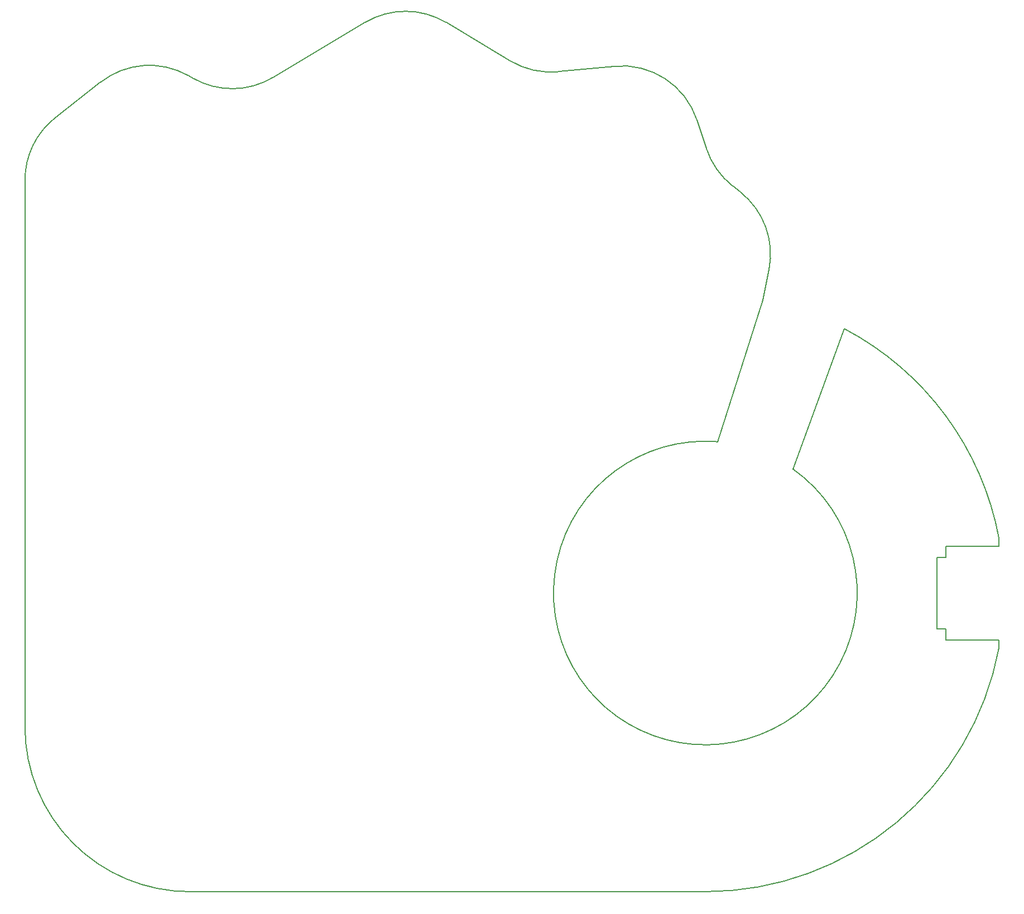
<source format=gbr>
%TF.GenerationSoftware,KiCad,Pcbnew,(6.0.9)*%
%TF.CreationDate,2023-01-29T02:38:54+01:00*%
%TF.ProjectId,PICO DEV M3 KEYPAD,5049434f-2044-4455-9620-4d33204b4559,0.1*%
%TF.SameCoordinates,Original*%
%TF.FileFunction,Profile,NP*%
%FSLAX46Y46*%
G04 Gerber Fmt 4.6, Leading zero omitted, Abs format (unit mm)*
G04 Created by KiCad (PCBNEW (6.0.9)) date 2023-01-29 02:38:54*
%MOMM*%
%LPD*%
G01*
G04 APERTURE LIST*
%TA.AperFunction,Profile*%
%ADD10C,0.180000*%
%TD*%
G04 APERTURE END LIST*
D10*
%TO.C,*%
X195455600Y-114120400D02*
X194105600Y-114120400D01*
X167751017Y-64259280D02*
X168661958Y-59628823D01*
X80774666Y-154033718D02*
X159004268Y-154033718D01*
X195455600Y-101625400D02*
X203555600Y-101625400D01*
X107362956Y-22150524D02*
X93383177Y-30497674D01*
X129391743Y-27972747D02*
X119678811Y-22157768D01*
X55774666Y-46050647D02*
X55774666Y-129033718D01*
X203555600Y-115815400D02*
X195455600Y-115815400D01*
X195455600Y-103320400D02*
X195455600Y-101625400D01*
X194105600Y-103320400D02*
X195455600Y-103320400D01*
X194105600Y-114120400D02*
X194105600Y-103320400D01*
X67242027Y-31214472D02*
X60366169Y-36610617D01*
X164327519Y-47897168D02*
X163116186Y-46939986D01*
X195455600Y-115815400D02*
X195455600Y-114120400D01*
X172328901Y-89934781D02*
X180111400Y-68630800D01*
X203555600Y-101625400D02*
X203555600Y-100445400D01*
X160872169Y-85764872D02*
X167751017Y-64259280D01*
X203555600Y-116995400D02*
X203555600Y-115815400D01*
X159163329Y-41293694D02*
X157730910Y-36963884D01*
X81351187Y-30655145D02*
X80530645Y-30193901D01*
X145164635Y-28790430D02*
X136729266Y-29619339D01*
X160872169Y-85764872D02*
G75*
G03*
X172328901Y-89934781I-1867901J-22955528D01*
G01*
X203555600Y-100445400D02*
G75*
G03*
X180111400Y-68630800I-44533799J-8271663D01*
G01*
X157730910Y-36963884D02*
G75*
G03*
X145164635Y-28790430I-11392742J-3769033D01*
G01*
X119678811Y-22157768D02*
G75*
G03*
X107362956Y-22150524I-6163986J-10295903D01*
G01*
X159163329Y-41293694D02*
G75*
G03*
X163116186Y-46939986I11392476J3768842D01*
G01*
X55774666Y-129033718D02*
G75*
G03*
X80774666Y-154033718I24999992J-8D01*
G01*
X60366169Y-36610617D02*
G75*
G03*
X55774666Y-46050647I7408544J-9440053D01*
G01*
X80530645Y-30193901D02*
G75*
G03*
X67242027Y-31214472I-5880116J-10460671D01*
G01*
X159004268Y-154033718D02*
G75*
G03*
X203555600Y-116995400I-3J45313322D01*
G01*
X168661958Y-59628823D02*
G75*
G03*
X164327519Y-47897168I-11774308J2316342D01*
G01*
X81351187Y-30655146D02*
G75*
G03*
X93383177Y-30497674I5880120J10460594D01*
G01*
X129391743Y-27972747D02*
G75*
G03*
X136729266Y-29619339I6163975J10295843D01*
G01*
%TD*%
M02*

</source>
